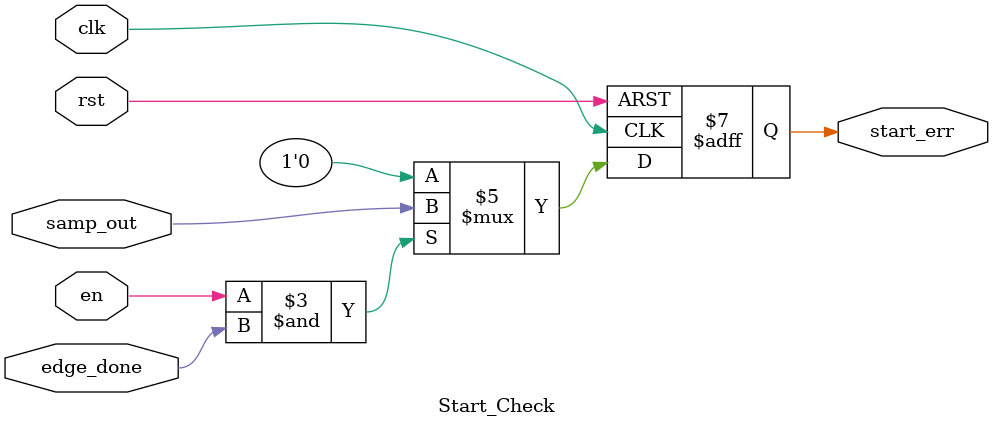
<source format=v>
module Start_Check(
    input  wire        clk,
    input  wire        rst,
    input  wire        en,
    input  wire        edge_done,
    input  wire        samp_out,
    output  reg        start_err
);

always @(posedge clk , negedge rst) begin
    if (!rst)
    begin
        start_err <= 1'b0;
    end
    else if (en & edge_done)
    begin
        start_err <= samp_out;
    end
    else begin
        start_err <= 1'b0;
    end  
    
end

endmodule
</source>
